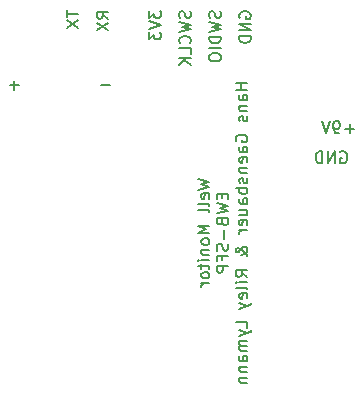
<source format=gbr>
%TF.GenerationSoftware,KiCad,Pcbnew,(6.0.1)*%
%TF.CreationDate,2022-04-08T22:05:58-07:00*%
%TF.ProjectId,well-depth-battery,77656c6c-2d64-4657-9074-682d62617474,1*%
%TF.SameCoordinates,Original*%
%TF.FileFunction,Legend,Bot*%
%TF.FilePolarity,Positive*%
%FSLAX46Y46*%
G04 Gerber Fmt 4.6, Leading zero omitted, Abs format (unit mm)*
G04 Created by KiCad (PCBNEW (6.0.1)) date 2022-04-08 22:05:58*
%MOMM*%
%LPD*%
G01*
G04 APERTURE LIST*
%ADD10C,0.150000*%
G04 APERTURE END LIST*
D10*
X89282380Y-94536190D02*
X90282380Y-94774285D01*
X89568095Y-94964761D01*
X90282380Y-95155238D01*
X89282380Y-95393333D01*
X90234761Y-96155238D02*
X90282380Y-96060000D01*
X90282380Y-95869523D01*
X90234761Y-95774285D01*
X90139523Y-95726666D01*
X89758571Y-95726666D01*
X89663333Y-95774285D01*
X89615714Y-95869523D01*
X89615714Y-96060000D01*
X89663333Y-96155238D01*
X89758571Y-96202857D01*
X89853809Y-96202857D01*
X89949047Y-95726666D01*
X90282380Y-96774285D02*
X90234761Y-96679047D01*
X90139523Y-96631428D01*
X89282380Y-96631428D01*
X90282380Y-97298095D02*
X90234761Y-97202857D01*
X90139523Y-97155238D01*
X89282380Y-97155238D01*
X90282380Y-98440952D02*
X89282380Y-98440952D01*
X89996666Y-98774285D01*
X89282380Y-99107619D01*
X90282380Y-99107619D01*
X90282380Y-99726666D02*
X90234761Y-99631428D01*
X90187142Y-99583809D01*
X90091904Y-99536190D01*
X89806190Y-99536190D01*
X89710952Y-99583809D01*
X89663333Y-99631428D01*
X89615714Y-99726666D01*
X89615714Y-99869523D01*
X89663333Y-99964761D01*
X89710952Y-100012380D01*
X89806190Y-100060000D01*
X90091904Y-100060000D01*
X90187142Y-100012380D01*
X90234761Y-99964761D01*
X90282380Y-99869523D01*
X90282380Y-99726666D01*
X89615714Y-100488571D02*
X90282380Y-100488571D01*
X89710952Y-100488571D02*
X89663333Y-100536190D01*
X89615714Y-100631428D01*
X89615714Y-100774285D01*
X89663333Y-100869523D01*
X89758571Y-100917142D01*
X90282380Y-100917142D01*
X90282380Y-101393333D02*
X89615714Y-101393333D01*
X89282380Y-101393333D02*
X89330000Y-101345714D01*
X89377619Y-101393333D01*
X89330000Y-101440952D01*
X89282380Y-101393333D01*
X89377619Y-101393333D01*
X89615714Y-101726666D02*
X89615714Y-102107619D01*
X89282380Y-101869523D02*
X90139523Y-101869523D01*
X90234761Y-101917142D01*
X90282380Y-102012380D01*
X90282380Y-102107619D01*
X90282380Y-102583809D02*
X90234761Y-102488571D01*
X90187142Y-102440952D01*
X90091904Y-102393333D01*
X89806190Y-102393333D01*
X89710952Y-102440952D01*
X89663333Y-102488571D01*
X89615714Y-102583809D01*
X89615714Y-102726666D01*
X89663333Y-102821904D01*
X89710952Y-102869523D01*
X89806190Y-102917142D01*
X90091904Y-102917142D01*
X90187142Y-102869523D01*
X90234761Y-102821904D01*
X90282380Y-102726666D01*
X90282380Y-102583809D01*
X90282380Y-103345714D02*
X89615714Y-103345714D01*
X89806190Y-103345714D02*
X89710952Y-103393333D01*
X89663333Y-103440952D01*
X89615714Y-103536190D01*
X89615714Y-103631428D01*
X91368571Y-95750476D02*
X91368571Y-96083809D01*
X91892380Y-96226666D02*
X91892380Y-95750476D01*
X90892380Y-95750476D01*
X90892380Y-96226666D01*
X90892380Y-96560000D02*
X91892380Y-96798095D01*
X91178095Y-96988571D01*
X91892380Y-97179047D01*
X90892380Y-97417142D01*
X91368571Y-98131428D02*
X91416190Y-98274285D01*
X91463809Y-98321904D01*
X91559047Y-98369523D01*
X91701904Y-98369523D01*
X91797142Y-98321904D01*
X91844761Y-98274285D01*
X91892380Y-98179047D01*
X91892380Y-97798095D01*
X90892380Y-97798095D01*
X90892380Y-98131428D01*
X90940000Y-98226666D01*
X90987619Y-98274285D01*
X91082857Y-98321904D01*
X91178095Y-98321904D01*
X91273333Y-98274285D01*
X91320952Y-98226666D01*
X91368571Y-98131428D01*
X91368571Y-97798095D01*
X91511428Y-98798095D02*
X91511428Y-99560000D01*
X91844761Y-99988571D02*
X91892380Y-100131428D01*
X91892380Y-100369523D01*
X91844761Y-100464761D01*
X91797142Y-100512380D01*
X91701904Y-100560000D01*
X91606666Y-100560000D01*
X91511428Y-100512380D01*
X91463809Y-100464761D01*
X91416190Y-100369523D01*
X91368571Y-100179047D01*
X91320952Y-100083809D01*
X91273333Y-100036190D01*
X91178095Y-99988571D01*
X91082857Y-99988571D01*
X90987619Y-100036190D01*
X90940000Y-100083809D01*
X90892380Y-100179047D01*
X90892380Y-100417142D01*
X90940000Y-100560000D01*
X91368571Y-101321904D02*
X91368571Y-100988571D01*
X91892380Y-100988571D02*
X90892380Y-100988571D01*
X90892380Y-101464761D01*
X91892380Y-101845714D02*
X90892380Y-101845714D01*
X90892380Y-102226666D01*
X90940000Y-102321904D01*
X90987619Y-102369523D01*
X91082857Y-102417142D01*
X91225714Y-102417142D01*
X91320952Y-102369523D01*
X91368571Y-102321904D01*
X91416190Y-102226666D01*
X91416190Y-101845714D01*
X93502380Y-86369523D02*
X92502380Y-86369523D01*
X92978571Y-86369523D02*
X92978571Y-86940952D01*
X93502380Y-86940952D02*
X92502380Y-86940952D01*
X93502380Y-87845714D02*
X92978571Y-87845714D01*
X92883333Y-87798095D01*
X92835714Y-87702857D01*
X92835714Y-87512380D01*
X92883333Y-87417142D01*
X93454761Y-87845714D02*
X93502380Y-87750476D01*
X93502380Y-87512380D01*
X93454761Y-87417142D01*
X93359523Y-87369523D01*
X93264285Y-87369523D01*
X93169047Y-87417142D01*
X93121428Y-87512380D01*
X93121428Y-87750476D01*
X93073809Y-87845714D01*
X92835714Y-88321904D02*
X93502380Y-88321904D01*
X92930952Y-88321904D02*
X92883333Y-88369523D01*
X92835714Y-88464761D01*
X92835714Y-88607619D01*
X92883333Y-88702857D01*
X92978571Y-88750476D01*
X93502380Y-88750476D01*
X93454761Y-89179047D02*
X93502380Y-89274285D01*
X93502380Y-89464761D01*
X93454761Y-89560000D01*
X93359523Y-89607619D01*
X93311904Y-89607619D01*
X93216666Y-89560000D01*
X93169047Y-89464761D01*
X93169047Y-89321904D01*
X93121428Y-89226666D01*
X93026190Y-89179047D01*
X92978571Y-89179047D01*
X92883333Y-89226666D01*
X92835714Y-89321904D01*
X92835714Y-89464761D01*
X92883333Y-89560000D01*
X92550000Y-91321904D02*
X92502380Y-91226666D01*
X92502380Y-91083809D01*
X92550000Y-90940952D01*
X92645238Y-90845714D01*
X92740476Y-90798095D01*
X92930952Y-90750476D01*
X93073809Y-90750476D01*
X93264285Y-90798095D01*
X93359523Y-90845714D01*
X93454761Y-90940952D01*
X93502380Y-91083809D01*
X93502380Y-91179047D01*
X93454761Y-91321904D01*
X93407142Y-91369523D01*
X93073809Y-91369523D01*
X93073809Y-91179047D01*
X93502380Y-92226666D02*
X92978571Y-92226666D01*
X92883333Y-92179047D01*
X92835714Y-92083809D01*
X92835714Y-91893333D01*
X92883333Y-91798095D01*
X93454761Y-92226666D02*
X93502380Y-92131428D01*
X93502380Y-91893333D01*
X93454761Y-91798095D01*
X93359523Y-91750476D01*
X93264285Y-91750476D01*
X93169047Y-91798095D01*
X93121428Y-91893333D01*
X93121428Y-92131428D01*
X93073809Y-92226666D01*
X93454761Y-93083809D02*
X93502380Y-92988571D01*
X93502380Y-92798095D01*
X93454761Y-92702857D01*
X93359523Y-92655238D01*
X92978571Y-92655238D01*
X92883333Y-92702857D01*
X92835714Y-92798095D01*
X92835714Y-92988571D01*
X92883333Y-93083809D01*
X92978571Y-93131428D01*
X93073809Y-93131428D01*
X93169047Y-92655238D01*
X92835714Y-93560000D02*
X93502380Y-93560000D01*
X92930952Y-93560000D02*
X92883333Y-93607619D01*
X92835714Y-93702857D01*
X92835714Y-93845714D01*
X92883333Y-93940952D01*
X92978571Y-93988571D01*
X93502380Y-93988571D01*
X93454761Y-94417142D02*
X93502380Y-94512380D01*
X93502380Y-94702857D01*
X93454761Y-94798095D01*
X93359523Y-94845714D01*
X93311904Y-94845714D01*
X93216666Y-94798095D01*
X93169047Y-94702857D01*
X93169047Y-94560000D01*
X93121428Y-94464761D01*
X93026190Y-94417142D01*
X92978571Y-94417142D01*
X92883333Y-94464761D01*
X92835714Y-94560000D01*
X92835714Y-94702857D01*
X92883333Y-94798095D01*
X93502380Y-95274285D02*
X92502380Y-95274285D01*
X92883333Y-95274285D02*
X92835714Y-95369523D01*
X92835714Y-95560000D01*
X92883333Y-95655238D01*
X92930952Y-95702857D01*
X93026190Y-95750476D01*
X93311904Y-95750476D01*
X93407142Y-95702857D01*
X93454761Y-95655238D01*
X93502380Y-95560000D01*
X93502380Y-95369523D01*
X93454761Y-95274285D01*
X93502380Y-96607619D02*
X92978571Y-96607619D01*
X92883333Y-96560000D01*
X92835714Y-96464761D01*
X92835714Y-96274285D01*
X92883333Y-96179047D01*
X93454761Y-96607619D02*
X93502380Y-96512380D01*
X93502380Y-96274285D01*
X93454761Y-96179047D01*
X93359523Y-96131428D01*
X93264285Y-96131428D01*
X93169047Y-96179047D01*
X93121428Y-96274285D01*
X93121428Y-96512380D01*
X93073809Y-96607619D01*
X92835714Y-97512380D02*
X93502380Y-97512380D01*
X92835714Y-97083809D02*
X93359523Y-97083809D01*
X93454761Y-97131428D01*
X93502380Y-97226666D01*
X93502380Y-97369523D01*
X93454761Y-97464761D01*
X93407142Y-97512380D01*
X93454761Y-98369523D02*
X93502380Y-98274285D01*
X93502380Y-98083809D01*
X93454761Y-97988571D01*
X93359523Y-97940952D01*
X92978571Y-97940952D01*
X92883333Y-97988571D01*
X92835714Y-98083809D01*
X92835714Y-98274285D01*
X92883333Y-98369523D01*
X92978571Y-98417142D01*
X93073809Y-98417142D01*
X93169047Y-97940952D01*
X93502380Y-98845714D02*
X92835714Y-98845714D01*
X93026190Y-98845714D02*
X92930952Y-98893333D01*
X92883333Y-98940952D01*
X92835714Y-99036190D01*
X92835714Y-99131428D01*
X93502380Y-101036190D02*
X93502380Y-100988571D01*
X93454761Y-100893333D01*
X93311904Y-100750476D01*
X93026190Y-100512380D01*
X92883333Y-100417142D01*
X92740476Y-100369523D01*
X92645238Y-100369523D01*
X92550000Y-100417142D01*
X92502380Y-100512380D01*
X92502380Y-100560000D01*
X92550000Y-100655238D01*
X92645238Y-100702857D01*
X92692857Y-100702857D01*
X92788095Y-100655238D01*
X92835714Y-100607619D01*
X93026190Y-100321904D01*
X93073809Y-100274285D01*
X93169047Y-100226666D01*
X93311904Y-100226666D01*
X93407142Y-100274285D01*
X93454761Y-100321904D01*
X93502380Y-100417142D01*
X93502380Y-100560000D01*
X93454761Y-100655238D01*
X93407142Y-100702857D01*
X93216666Y-100845714D01*
X93073809Y-100893333D01*
X92978571Y-100893333D01*
X93502380Y-102798095D02*
X93026190Y-102464761D01*
X93502380Y-102226666D02*
X92502380Y-102226666D01*
X92502380Y-102607619D01*
X92550000Y-102702857D01*
X92597619Y-102750476D01*
X92692857Y-102798095D01*
X92835714Y-102798095D01*
X92930952Y-102750476D01*
X92978571Y-102702857D01*
X93026190Y-102607619D01*
X93026190Y-102226666D01*
X93502380Y-103226666D02*
X92835714Y-103226666D01*
X92502380Y-103226666D02*
X92550000Y-103179047D01*
X92597619Y-103226666D01*
X92550000Y-103274285D01*
X92502380Y-103226666D01*
X92597619Y-103226666D01*
X93502380Y-103845714D02*
X93454761Y-103750476D01*
X93359523Y-103702857D01*
X92502380Y-103702857D01*
X93454761Y-104607619D02*
X93502380Y-104512380D01*
X93502380Y-104321904D01*
X93454761Y-104226666D01*
X93359523Y-104179047D01*
X92978571Y-104179047D01*
X92883333Y-104226666D01*
X92835714Y-104321904D01*
X92835714Y-104512380D01*
X92883333Y-104607619D01*
X92978571Y-104655238D01*
X93073809Y-104655238D01*
X93169047Y-104179047D01*
X92835714Y-104988571D02*
X93502380Y-105226666D01*
X92835714Y-105464761D02*
X93502380Y-105226666D01*
X93740476Y-105131428D01*
X93788095Y-105083809D01*
X93835714Y-104988571D01*
X93502380Y-107083809D02*
X93502380Y-106607619D01*
X92502380Y-106607619D01*
X92835714Y-107321904D02*
X93502380Y-107560000D01*
X92835714Y-107798095D02*
X93502380Y-107560000D01*
X93740476Y-107464761D01*
X93788095Y-107417142D01*
X93835714Y-107321904D01*
X93502380Y-108179047D02*
X92835714Y-108179047D01*
X92930952Y-108179047D02*
X92883333Y-108226666D01*
X92835714Y-108321904D01*
X92835714Y-108464761D01*
X92883333Y-108560000D01*
X92978571Y-108607619D01*
X93502380Y-108607619D01*
X92978571Y-108607619D02*
X92883333Y-108655238D01*
X92835714Y-108750476D01*
X92835714Y-108893333D01*
X92883333Y-108988571D01*
X92978571Y-109036190D01*
X93502380Y-109036190D01*
X93502380Y-109940952D02*
X92978571Y-109940952D01*
X92883333Y-109893333D01*
X92835714Y-109798095D01*
X92835714Y-109607619D01*
X92883333Y-109512380D01*
X93454761Y-109940952D02*
X93502380Y-109845714D01*
X93502380Y-109607619D01*
X93454761Y-109512380D01*
X93359523Y-109464761D01*
X93264285Y-109464761D01*
X93169047Y-109512380D01*
X93121428Y-109607619D01*
X93121428Y-109845714D01*
X93073809Y-109940952D01*
X92835714Y-110417142D02*
X93502380Y-110417142D01*
X92930952Y-110417142D02*
X92883333Y-110464761D01*
X92835714Y-110560000D01*
X92835714Y-110702857D01*
X92883333Y-110798095D01*
X92978571Y-110845714D01*
X93502380Y-110845714D01*
X92835714Y-111321904D02*
X93502380Y-111321904D01*
X92930952Y-111321904D02*
X92883333Y-111369523D01*
X92835714Y-111464761D01*
X92835714Y-111607619D01*
X92883333Y-111702857D01*
X92978571Y-111750476D01*
X93502380Y-111750476D01*
X101375595Y-92210000D02*
X101470833Y-92162380D01*
X101613690Y-92162380D01*
X101756547Y-92210000D01*
X101851785Y-92305238D01*
X101899404Y-92400476D01*
X101947023Y-92590952D01*
X101947023Y-92733809D01*
X101899404Y-92924285D01*
X101851785Y-93019523D01*
X101756547Y-93114761D01*
X101613690Y-93162380D01*
X101518452Y-93162380D01*
X101375595Y-93114761D01*
X101327976Y-93067142D01*
X101327976Y-92733809D01*
X101518452Y-92733809D01*
X100899404Y-93162380D02*
X100899404Y-92162380D01*
X100327976Y-93162380D01*
X100327976Y-92162380D01*
X99851785Y-93162380D02*
X99851785Y-92162380D01*
X99613690Y-92162380D01*
X99470833Y-92210000D01*
X99375595Y-92305238D01*
X99327976Y-92400476D01*
X99280357Y-92590952D01*
X99280357Y-92733809D01*
X99327976Y-92924285D01*
X99375595Y-93019523D01*
X99470833Y-93114761D01*
X99613690Y-93162380D01*
X99851785Y-93162380D01*
X102534404Y-90241428D02*
X101772500Y-90241428D01*
X102153452Y-90622380D02*
X102153452Y-89860476D01*
X101248690Y-90622380D02*
X101058214Y-90622380D01*
X100962976Y-90574761D01*
X100915357Y-90527142D01*
X100820119Y-90384285D01*
X100772500Y-90193809D01*
X100772500Y-89812857D01*
X100820119Y-89717619D01*
X100867738Y-89670000D01*
X100962976Y-89622380D01*
X101153452Y-89622380D01*
X101248690Y-89670000D01*
X101296309Y-89717619D01*
X101343928Y-89812857D01*
X101343928Y-90050952D01*
X101296309Y-90146190D01*
X101248690Y-90193809D01*
X101153452Y-90241428D01*
X100962976Y-90241428D01*
X100867738Y-90193809D01*
X100820119Y-90146190D01*
X100772500Y-90050952D01*
X100486785Y-89622380D02*
X100153452Y-90622380D01*
X99820119Y-89622380D01*
X81732380Y-80917023D02*
X81256190Y-80583690D01*
X81732380Y-80345595D02*
X80732380Y-80345595D01*
X80732380Y-80726547D01*
X80780000Y-80821785D01*
X80827619Y-80869404D01*
X80922857Y-80917023D01*
X81065714Y-80917023D01*
X81160952Y-80869404D01*
X81208571Y-80821785D01*
X81256190Y-80726547D01*
X81256190Y-80345595D01*
X80732380Y-81250357D02*
X81732380Y-81917023D01*
X80732380Y-81917023D02*
X81732380Y-81250357D01*
X78192380Y-80202738D02*
X78192380Y-80774166D01*
X79192380Y-80488452D02*
X78192380Y-80488452D01*
X78192380Y-81012261D02*
X79192380Y-81678928D01*
X78192380Y-81678928D02*
X79192380Y-81012261D01*
X92845000Y-80869404D02*
X92797380Y-80774166D01*
X92797380Y-80631309D01*
X92845000Y-80488452D01*
X92940238Y-80393214D01*
X93035476Y-80345595D01*
X93225952Y-80297976D01*
X93368809Y-80297976D01*
X93559285Y-80345595D01*
X93654523Y-80393214D01*
X93749761Y-80488452D01*
X93797380Y-80631309D01*
X93797380Y-80726547D01*
X93749761Y-80869404D01*
X93702142Y-80917023D01*
X93368809Y-80917023D01*
X93368809Y-80726547D01*
X93797380Y-81345595D02*
X92797380Y-81345595D01*
X93797380Y-81917023D01*
X92797380Y-81917023D01*
X93797380Y-82393214D02*
X92797380Y-82393214D01*
X92797380Y-82631309D01*
X92845000Y-82774166D01*
X92940238Y-82869404D01*
X93035476Y-82917023D01*
X93225952Y-82964642D01*
X93368809Y-82964642D01*
X93559285Y-82917023D01*
X93654523Y-82869404D01*
X93749761Y-82774166D01*
X93797380Y-82631309D01*
X93797380Y-82393214D01*
X91209761Y-80297976D02*
X91257380Y-80440833D01*
X91257380Y-80678928D01*
X91209761Y-80774166D01*
X91162142Y-80821785D01*
X91066904Y-80869404D01*
X90971666Y-80869404D01*
X90876428Y-80821785D01*
X90828809Y-80774166D01*
X90781190Y-80678928D01*
X90733571Y-80488452D01*
X90685952Y-80393214D01*
X90638333Y-80345595D01*
X90543095Y-80297976D01*
X90447857Y-80297976D01*
X90352619Y-80345595D01*
X90305000Y-80393214D01*
X90257380Y-80488452D01*
X90257380Y-80726547D01*
X90305000Y-80869404D01*
X90257380Y-81202738D02*
X91257380Y-81440833D01*
X90543095Y-81631309D01*
X91257380Y-81821785D01*
X90257380Y-82059880D01*
X91257380Y-82440833D02*
X90257380Y-82440833D01*
X90257380Y-82678928D01*
X90305000Y-82821785D01*
X90400238Y-82917023D01*
X90495476Y-82964642D01*
X90685952Y-83012261D01*
X90828809Y-83012261D01*
X91019285Y-82964642D01*
X91114523Y-82917023D01*
X91209761Y-82821785D01*
X91257380Y-82678928D01*
X91257380Y-82440833D01*
X91257380Y-83440833D02*
X90257380Y-83440833D01*
X90257380Y-84107500D02*
X90257380Y-84297976D01*
X90305000Y-84393214D01*
X90400238Y-84488452D01*
X90590714Y-84536071D01*
X90924047Y-84536071D01*
X91114523Y-84488452D01*
X91209761Y-84393214D01*
X91257380Y-84297976D01*
X91257380Y-84107500D01*
X91209761Y-84012261D01*
X91114523Y-83917023D01*
X90924047Y-83869404D01*
X90590714Y-83869404D01*
X90400238Y-83917023D01*
X90305000Y-84012261D01*
X90257380Y-84107500D01*
X88669761Y-80297976D02*
X88717380Y-80440833D01*
X88717380Y-80678928D01*
X88669761Y-80774166D01*
X88622142Y-80821785D01*
X88526904Y-80869404D01*
X88431666Y-80869404D01*
X88336428Y-80821785D01*
X88288809Y-80774166D01*
X88241190Y-80678928D01*
X88193571Y-80488452D01*
X88145952Y-80393214D01*
X88098333Y-80345595D01*
X88003095Y-80297976D01*
X87907857Y-80297976D01*
X87812619Y-80345595D01*
X87765000Y-80393214D01*
X87717380Y-80488452D01*
X87717380Y-80726547D01*
X87765000Y-80869404D01*
X87717380Y-81202738D02*
X88717380Y-81440833D01*
X88003095Y-81631309D01*
X88717380Y-81821785D01*
X87717380Y-82059880D01*
X88622142Y-83012261D02*
X88669761Y-82964642D01*
X88717380Y-82821785D01*
X88717380Y-82726547D01*
X88669761Y-82583690D01*
X88574523Y-82488452D01*
X88479285Y-82440833D01*
X88288809Y-82393214D01*
X88145952Y-82393214D01*
X87955476Y-82440833D01*
X87860238Y-82488452D01*
X87765000Y-82583690D01*
X87717380Y-82726547D01*
X87717380Y-82821785D01*
X87765000Y-82964642D01*
X87812619Y-83012261D01*
X88717380Y-83917023D02*
X88717380Y-83440833D01*
X87717380Y-83440833D01*
X88717380Y-84250357D02*
X87717380Y-84250357D01*
X88717380Y-84821785D02*
X88145952Y-84393214D01*
X87717380Y-84821785D02*
X88288809Y-84250357D01*
X85177380Y-80250357D02*
X85177380Y-80869404D01*
X85558333Y-80536071D01*
X85558333Y-80678928D01*
X85605952Y-80774166D01*
X85653571Y-80821785D01*
X85748809Y-80869404D01*
X85986904Y-80869404D01*
X86082142Y-80821785D01*
X86129761Y-80774166D01*
X86177380Y-80678928D01*
X86177380Y-80393214D01*
X86129761Y-80297976D01*
X86082142Y-80250357D01*
X85177380Y-81155119D02*
X86177380Y-81488452D01*
X85177380Y-81821785D01*
X85177380Y-82059880D02*
X85177380Y-82678928D01*
X85558333Y-82345595D01*
X85558333Y-82488452D01*
X85605952Y-82583690D01*
X85653571Y-82631309D01*
X85748809Y-82678928D01*
X85986904Y-82678928D01*
X86082142Y-82631309D01*
X86129761Y-82583690D01*
X86177380Y-82488452D01*
X86177380Y-82202738D01*
X86129761Y-82107500D01*
X86082142Y-82059880D01*
X81880952Y-86571428D02*
X81119047Y-86571428D01*
X74130952Y-86571428D02*
X73369047Y-86571428D01*
X73750000Y-86952380D02*
X73750000Y-86190476D01*
M02*

</source>
